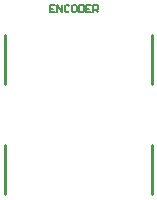
<source format=gbr>
%TF.GenerationSoftware,Altium Limited,Altium Designer,20.1.8 (145)*%
G04 Layer_Color=16777215*
%FSLAX45Y45*%
%MOMM*%
%TF.SameCoordinates,39D32AA0-D89A-4232-8ACE-958E0E311499*%
%TF.FilePolarity,Positive*%
%TF.FileFunction,Legend,Top*%
%TF.Part,Single*%
G01*
G75*
%TA.AperFunction,NonConductor*%
%ADD18C,0.12700*%
%ADD25C,0.25400*%
D18*
X2801015Y3926630D02*
X2760388D01*
Y3865689D01*
X2801015D01*
X2760388Y3896160D02*
X2780702D01*
X2821329Y3865689D02*
Y3926630D01*
X2861955Y3865689D01*
Y3926630D01*
X2922896Y3916473D02*
X2912739Y3926630D01*
X2892426D01*
X2882269Y3916473D01*
Y3875846D01*
X2892426Y3865689D01*
X2912739D01*
X2922896Y3875846D01*
X2973679Y3926630D02*
X2953366D01*
X2943209Y3916473D01*
Y3875846D01*
X2953366Y3865689D01*
X2973679D01*
X2983836Y3875846D01*
Y3916473D01*
X2973679Y3926630D01*
X3004149D02*
Y3865689D01*
X3034619D01*
X3044776Y3875846D01*
Y3916473D01*
X3034619Y3926630D01*
X3004149D01*
X3105716D02*
X3065089D01*
Y3865689D01*
X3105716D01*
X3065089Y3896160D02*
X3085403D01*
X3126030Y3865689D02*
Y3926630D01*
X3156500D01*
X3166656Y3916473D01*
Y3896160D01*
X3156500Y3886003D01*
X3126030D01*
X3146343D02*
X3166656Y3865689D01*
D25*
X2380000Y3260000D02*
Y3670000D01*
Y2330000D02*
Y2740000D01*
X3620000Y3260000D02*
Y3670000D01*
Y2330000D02*
Y2740000D01*
%TF.MD5,4e64bec6c3d0f1f7bff1dd822a6c456c*%
M02*

</source>
